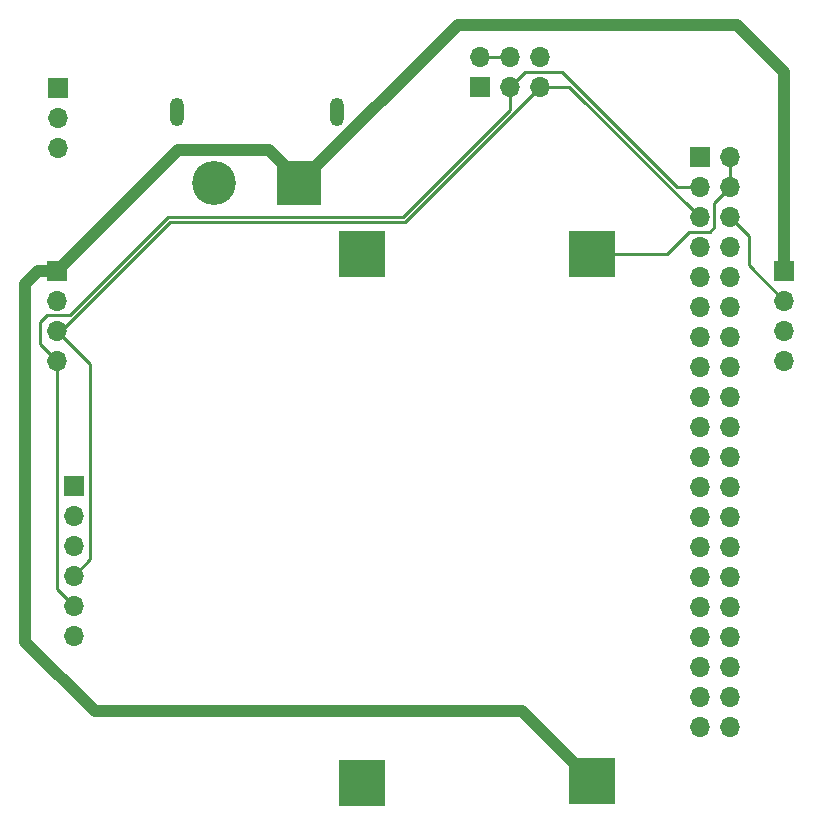
<source format=gbr>
%TF.GenerationSoftware,KiCad,Pcbnew,6.0.8-f2edbf62ab~116~ubuntu22.04.1*%
%TF.CreationDate,2022-11-23T04:02:49-05:00*%
%TF.ProjectId,Pi_HAT_Simple_V3,50695f48-4154-45f5-9369-6d706c655f56,rev?*%
%TF.SameCoordinates,Original*%
%TF.FileFunction,Copper,L1,Top*%
%TF.FilePolarity,Positive*%
%FSLAX46Y46*%
G04 Gerber Fmt 4.6, Leading zero omitted, Abs format (unit mm)*
G04 Created by KiCad (PCBNEW 6.0.8-f2edbf62ab~116~ubuntu22.04.1) date 2022-11-23 04:02:49*
%MOMM*%
%LPD*%
G01*
G04 APERTURE LIST*
%TA.AperFunction,ComponentPad*%
%ADD10R,1.700000X1.700000*%
%TD*%
%TA.AperFunction,ComponentPad*%
%ADD11O,1.700000X1.700000*%
%TD*%
%TA.AperFunction,ComponentPad*%
%ADD12R,3.716000X3.716000*%
%TD*%
%TA.AperFunction,ComponentPad*%
%ADD13C,3.716000*%
%TD*%
%TA.AperFunction,ComponentPad*%
%ADD14O,1.200000X2.400000*%
%TD*%
%TA.AperFunction,ComponentPad*%
%ADD15R,4.000000X4.000000*%
%TD*%
%TA.AperFunction,Conductor*%
%ADD16C,0.250000*%
%TD*%
%TA.AperFunction,Conductor*%
%ADD17C,1.000000*%
%TD*%
G04 APERTURE END LIST*
D10*
%TO.P,J3,1,Pin_1*%
%TO.N,/3.3V*%
X132425000Y-73425000D03*
D11*
%TO.P,J3,2,Pin_2*%
%TO.N,/5V*%
X132425000Y-70885000D03*
%TO.P,J3,3,Pin_3*%
%TO.N,/SDA*%
X134965000Y-73425000D03*
%TO.P,J3,4,Pin_4*%
%TO.N,/5V*%
X134965000Y-70885000D03*
%TO.P,J3,5,Pin_5*%
%TO.N,/SCL*%
X137505000Y-73425000D03*
%TO.P,J3,6,Pin_6*%
%TO.N,GND*%
X137505000Y-70885000D03*
%TD*%
D10*
%TO.P,J1,1,Pin_1*%
%TO.N,/3.3V*%
X98000000Y-107200000D03*
D11*
%TO.P,J1,2,Pin_2*%
%TO.N,unconnected-(J1-Pad2)*%
X98000000Y-109740000D03*
%TO.P,J1,3,Pin_3*%
%TO.N,GND*%
X98000000Y-112280000D03*
%TO.P,J1,4,Pin_4*%
%TO.N,/SCL*%
X98000000Y-114820000D03*
%TO.P,J1,5,Pin_5*%
%TO.N,/SDA*%
X98000000Y-117360000D03*
%TO.P,J1,6,Pin_6*%
%TO.N,unconnected-(J1-Pad6)*%
X98000000Y-119900000D03*
%TD*%
D10*
%TO.P,J2,1,Pin_1*%
%TO.N,/3.3V*%
X151000000Y-79400000D03*
D11*
%TO.P,J2,2,Pin_2*%
%TO.N,/5V*%
X153540000Y-79400000D03*
%TO.P,J2,3,Pin_3*%
%TO.N,/SDA*%
X151000000Y-81940000D03*
%TO.P,J2,4,Pin_4*%
%TO.N,/5V*%
X153540000Y-81940000D03*
%TO.P,J2,5,Pin_5*%
%TO.N,/SCL*%
X151000000Y-84480000D03*
%TO.P,J2,6,Pin_6*%
%TO.N,GND*%
X153540000Y-84480000D03*
%TO.P,J2,7,Pin_7*%
%TO.N,unconnected-(J2-Pad7)*%
X151000000Y-87020000D03*
%TO.P,J2,8,Pin_8*%
%TO.N,unconnected-(J2-Pad8)*%
X153540000Y-87020000D03*
%TO.P,J2,9,Pin_9*%
%TO.N,unconnected-(J2-Pad9)*%
X151000000Y-89560000D03*
%TO.P,J2,10,Pin_10*%
%TO.N,unconnected-(J2-Pad10)*%
X153540000Y-89560000D03*
%TO.P,J2,11,Pin_11*%
%TO.N,unconnected-(J2-Pad11)*%
X151000000Y-92100000D03*
%TO.P,J2,12,Pin_12*%
%TO.N,unconnected-(J2-Pad12)*%
X153540000Y-92100000D03*
%TO.P,J2,13,Pin_13*%
%TO.N,unconnected-(J2-Pad13)*%
X151000000Y-94640000D03*
%TO.P,J2,14,Pin_14*%
%TO.N,unconnected-(J2-Pad14)*%
X153540000Y-94640000D03*
%TO.P,J2,15,Pin_15*%
%TO.N,unconnected-(J2-Pad15)*%
X151000000Y-97180000D03*
%TO.P,J2,16,Pin_16*%
%TO.N,unconnected-(J2-Pad16)*%
X153540000Y-97180000D03*
%TO.P,J2,17,Pin_17*%
%TO.N,unconnected-(J2-Pad17)*%
X151000000Y-99720000D03*
%TO.P,J2,18,Pin_18*%
%TO.N,unconnected-(J2-Pad18)*%
X153540000Y-99720000D03*
%TO.P,J2,19,Pin_19*%
%TO.N,/MOSI*%
X151000000Y-102260000D03*
%TO.P,J2,20,Pin_20*%
%TO.N,unconnected-(J2-Pad20)*%
X153540000Y-102260000D03*
%TO.P,J2,21,Pin_21*%
%TO.N,/MISO*%
X151000000Y-104800000D03*
%TO.P,J2,22,Pin_22*%
%TO.N,unconnected-(J2-Pad22)*%
X153540000Y-104800000D03*
%TO.P,J2,23,Pin_23*%
%TO.N,/SCLK*%
X151000000Y-107340000D03*
%TO.P,J2,24,Pin_24*%
%TO.N,/CS*%
X153540000Y-107340000D03*
%TO.P,J2,25,Pin_25*%
%TO.N,unconnected-(J2-Pad25)*%
X151000000Y-109880000D03*
%TO.P,J2,26,Pin_26*%
%TO.N,unconnected-(J2-Pad26)*%
X153540000Y-109880000D03*
%TO.P,J2,27,Pin_27*%
%TO.N,unconnected-(J2-Pad27)*%
X151000000Y-112420000D03*
%TO.P,J2,28,Pin_28*%
%TO.N,unconnected-(J2-Pad28)*%
X153540000Y-112420000D03*
%TO.P,J2,29,Pin_29*%
%TO.N,unconnected-(J2-Pad29)*%
X151000000Y-114960000D03*
%TO.P,J2,30,Pin_30*%
%TO.N,unconnected-(J2-Pad30)*%
X153540000Y-114960000D03*
%TO.P,J2,31,Pin_31*%
%TO.N,unconnected-(J2-Pad31)*%
X151000000Y-117500000D03*
%TO.P,J2,32,Pin_32*%
%TO.N,unconnected-(J2-Pad32)*%
X153540000Y-117500000D03*
%TO.P,J2,33,Pin_33*%
%TO.N,unconnected-(J2-Pad33)*%
X151000000Y-120040000D03*
%TO.P,J2,34,Pin_34*%
%TO.N,unconnected-(J2-Pad34)*%
X153540000Y-120040000D03*
%TO.P,J2,35,Pin_35*%
%TO.N,unconnected-(J2-Pad35)*%
X151000000Y-122580000D03*
%TO.P,J2,36,Pin_36*%
%TO.N,unconnected-(J2-Pad36)*%
X153540000Y-122580000D03*
%TO.P,J2,37,Pin_37*%
%TO.N,unconnected-(J2-Pad37)*%
X151000000Y-125120000D03*
%TO.P,J2,38,Pin_38*%
%TO.N,unconnected-(J2-Pad38)*%
X153540000Y-125120000D03*
%TO.P,J2,39,Pin_39*%
%TO.N,unconnected-(J2-Pad39)*%
X151000000Y-127660000D03*
%TO.P,J2,40,Pin_40*%
%TO.N,unconnected-(J2-Pad40)*%
X153540000Y-127660000D03*
%TD*%
D12*
%TO.P,J4,1,+*%
%TO.N,/12V*%
X117100000Y-81600000D03*
D13*
%TO.P,J4,2,-*%
%TO.N,GND*%
X109900000Y-81600000D03*
D14*
%TO.P,J4,S1*%
%TO.N,N/C*%
X120250000Y-75600000D03*
%TO.P,J4,S2*%
X106750000Y-75600000D03*
%TD*%
D10*
%TO.P,J5,1,Pin_1*%
%TO.N,/5V*%
X96700000Y-73550000D03*
D11*
%TO.P,J5,2,Pin_2*%
%TO.N,GND*%
X96700000Y-76090000D03*
%TO.P,J5,3,Pin_3*%
%TO.N,/A-D Converter/PS*%
X96700000Y-78630000D03*
%TD*%
D10*
%TO.P,J8,1,Pin_1*%
%TO.N,/12V*%
X158150000Y-89000000D03*
D11*
%TO.P,J8,2,Pin_2*%
%TO.N,GND*%
X158150000Y-91540000D03*
%TO.P,J8,3,Pin_3*%
%TO.N,/SCL*%
X158150000Y-94080000D03*
%TO.P,J8,4,Pin_4*%
%TO.N,/SDA*%
X158150000Y-96620000D03*
%TD*%
D10*
%TO.P,J9,1,Pin_1*%
%TO.N,/12V*%
X96600000Y-89000000D03*
D11*
%TO.P,J9,2,Pin_2*%
%TO.N,GND*%
X96600000Y-91540000D03*
%TO.P,J9,3,Pin_3*%
%TO.N,/SCL*%
X96600000Y-94080000D03*
%TO.P,J9,4,Pin_4*%
%TO.N,/SDA*%
X96600000Y-96620000D03*
%TD*%
D15*
%TO.P,U1,1,IN+*%
%TO.N,/VCC*%
X141852000Y-132236000D03*
%TO.P,U1,2,IN-*%
%TO.N,GND*%
X122400000Y-132350000D03*
%TO.P,U1,3,OUT+*%
%TO.N,/5V*%
X141900000Y-87600000D03*
%TO.P,U1,4,OUT-*%
%TO.N,GND*%
X122400000Y-87600000D03*
%TD*%
D16*
%TO.N,GND*%
X155150000Y-88540000D02*
X155150000Y-86090000D01*
X158150000Y-91540000D02*
X155150000Y-88540000D01*
X155150000Y-86090000D02*
X153540000Y-84480000D01*
%TO.N,/5V*%
X134965000Y-70885000D02*
X132425000Y-70885000D01*
X152250000Y-83230000D02*
X153540000Y-81940000D01*
X141900000Y-87600000D02*
X148200000Y-87600000D01*
X153540000Y-81940000D02*
X153540000Y-79400000D01*
X150100000Y-85700000D02*
X151850000Y-85700000D01*
X148200000Y-87600000D02*
X150100000Y-85700000D01*
X152250000Y-85300000D02*
X152250000Y-83230000D01*
X151850000Y-85700000D02*
X152250000Y-85300000D01*
%TO.N,/SCL*%
X126086396Y-84900000D02*
X106136396Y-84900000D01*
X137505000Y-73425000D02*
X139945000Y-73425000D01*
X139945000Y-73425000D02*
X151000000Y-84480000D01*
X137505000Y-73425000D02*
X137505000Y-73481396D01*
X99400000Y-96880000D02*
X96600000Y-94080000D01*
X98000000Y-114820000D02*
X99400000Y-113420000D01*
X106136396Y-84900000D02*
X96956396Y-94080000D01*
X137505000Y-73481396D02*
X126086396Y-84900000D01*
X99400000Y-113420000D02*
X99400000Y-96880000D01*
X96956396Y-94080000D02*
X96600000Y-94080000D01*
%TO.N,/SDA*%
X95750000Y-92750000D02*
X97650000Y-92750000D01*
X134965000Y-73425000D02*
X136240000Y-72150000D01*
X139306396Y-72150000D02*
X149096396Y-81940000D01*
X96600000Y-96620000D02*
X95150000Y-95170000D01*
X95150000Y-95170000D02*
X95150000Y-93350000D01*
X149096396Y-81940000D02*
X151000000Y-81940000D01*
X96600000Y-115960000D02*
X98000000Y-117360000D01*
X136240000Y-72150000D02*
X139306396Y-72150000D01*
X125900000Y-84450000D02*
X134965000Y-75385000D01*
X97650000Y-92750000D02*
X105950000Y-84450000D01*
X96600000Y-96620000D02*
X96600000Y-115960000D01*
X95150000Y-93350000D02*
X95750000Y-92750000D01*
X134965000Y-75385000D02*
X134965000Y-73425000D01*
X105950000Y-84450000D02*
X125900000Y-84450000D01*
D17*
%TO.N,/12V*%
X117100000Y-81300000D02*
X117100000Y-81600000D01*
X130500000Y-68200000D02*
X154150000Y-68200000D01*
X135916000Y-126300000D02*
X141852000Y-132236000D01*
X106850000Y-78750000D02*
X114550000Y-78750000D01*
X96600000Y-89000000D02*
X106850000Y-78750000D01*
X158150000Y-72200000D02*
X158150000Y-89000000D01*
X99800000Y-126300000D02*
X135916000Y-126300000D01*
X117100000Y-81600000D02*
X130500000Y-68200000D01*
X93900000Y-90100000D02*
X93900000Y-120400000D01*
X114550000Y-78750000D02*
X117100000Y-81300000D01*
X154150000Y-68200000D02*
X158150000Y-72200000D01*
X95000000Y-89000000D02*
X93900000Y-90100000D01*
X96600000Y-89000000D02*
X95000000Y-89000000D01*
X93900000Y-120400000D02*
X99800000Y-126300000D01*
%TD*%
M02*

</source>
